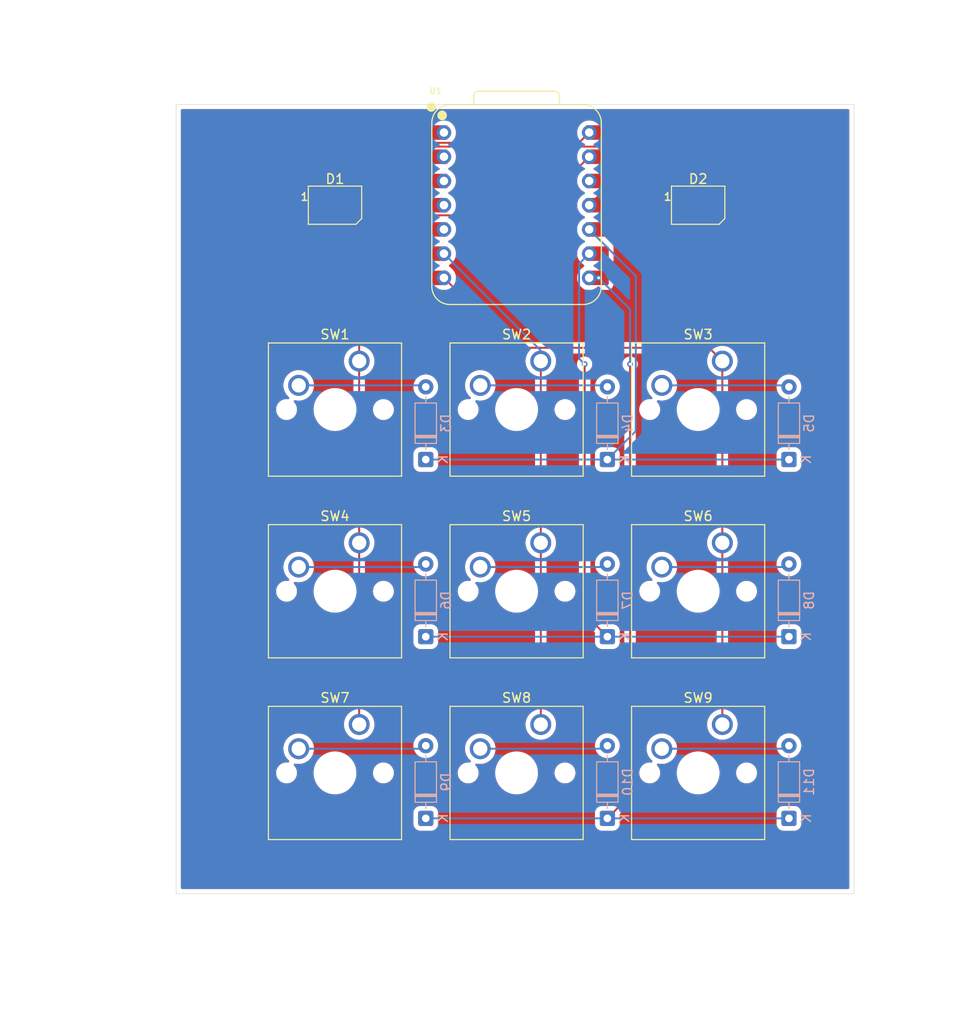
<source format=kicad_pcb>
(kicad_pcb (version 20241229) (generator "pcbnew") (generator_version "9.0")
  (layers (0 "F.Cu" signal) (2 "B.Cu" signal) (13 "F.Paste" user) (15 "B.Paste" user) (5 "F.SilkS" user "F.Silkscreen") (7 "B.SilkS" user "B.Silkscreen") (1 "F.Mask" user) (3 "B.Mask" user) (25 "Edge.Cuts" user))
  (net 0 "")
  (net 1 "Net-(D1-DOUT)")
  (net 2 "+5V")
  (net 4 "Net-(D2-DOUT)")
  (net 5 "GND")
  (net 11 "Row 0")
  (net 12 "Net-(D3-A)")
  (net 13 "Net-(D4-A)")
  (net 14 "Net-(D5-A)")
  (net 15 "Net-(D6-A)")
  (net 16 "Row 1")
  (net 17 "Net-(D7-A)")
  (net 18 "Net-(D8-A)")
  (net 19 "Net-(D9-A)")
  (net 20 "Row 2")
  (net 21 "Net-(D10-A)")
  (net 22 "Net-(D11-A)")
  (net 23 "Column 0 ")
  (net 24 "Column 1 ")
  (net 25 "Column 2 ")
  (footprint "Button_Switch_Keyboard:SW_Cherry_MX_1.00u_PCB" (layer "F.Cu") (at 85.88375 85.4075)
    (property "Reference" "SW1" (at -2.54 -2.794 0) (layer "F.SilkS"))
    (property "Value" "SW_Push")
    (fp_line (start -9.525 -1.905) (end 4.445 -1.905) (stroke (width 0.12)) (layer "F.SilkS"))
    (fp_line (start -9.525 12.065) (end -9.525 -1.905) (stroke (width 0.12)) (layer "F.SilkS"))
    (fp_line (start 4.445 -1.905) (end 4.445 12.065) (stroke (width 0.12)) (layer "F.SilkS"))
    (fp_line (start 4.445 12.065) (end -9.525 12.065) (stroke (width 0.12)) (layer "F.SilkS"))
    (pad "" np_thru_hole circle (at -7.62 5.08) (size 1.7 1.7) (drill 1.7) (layers "*.Cu" "*.Mask"))
    (pad "" np_thru_hole circle (at -2.54 5.08) (size 4 4) (drill 4) (layers "*.Cu" "*.Mask"))
    (pad "" np_thru_hole circle (at 2.54 5.08) (size 1.7 1.7) (drill 1.7) (layers "*.Cu" "*.Mask"))
    (pad "1" thru_hole circle (at 0 0) (size 2.2 2.2) (drill 1.5) (layers "*.Cu" "*.Mask") (net 23 "Column 0 "))
    (pad "2" thru_hole circle (at -6.35 2.54) (size 2.2 2.2) (drill 1.5) (layers "*.Cu" "*.Mask") (net 12 "Net-(D3-A)"))
  )
  (footprint "Seeed Studio XIAO Series Library:XIAO-RP2040-DIP" (layer "F.Cu") (at 102.39375 69.05625)
    (property "Reference" "U1" (at -8.5 -12 0) (layer "F.SilkS") (effects (font (size 0.635 0.635) (thickness 0.1016))))
    (property "Value" "XIAO-RP2040-DIP")
    (fp_line (start -8.89 8.509) (end -8.89 -8.636) (stroke (width 0.127)) (layer "F.SilkS"))
    (fp_line (start -6.985 10.414) (end 6.985 10.414) (stroke (width 0.127)) (layer "F.SilkS"))
    (fp_line (start -4.495 -10.541) (end -4.491272 -11.451272) (stroke (width 0.127)) (layer "F.SilkS"))
    (fp_line (start -3.991272 -11.951) (end 4.004 -11.951) (stroke (width 0.127)) (layer "F.SilkS"))
    (fp_line (start 4.504 -11.451) (end 4.504 -10.541) (stroke (width 0.127)) (layer "F.SilkS"))
    (fp_line (start 6.985 -10.541) (end -6.985 -10.541) (stroke (width 0.1)) (layer "F.SilkS"))
    (fp_line (start 6.985 -10.541) (end -6.985 -10.541) (stroke (width 0.127)) (layer "F.SilkS"))
    (fp_line (start 8.89 8.509) (end 8.89 -8.636) (stroke (width 0.127)) (layer "F.SilkS"))
    (fp_arc (start -8.89 -8.636) (mid -8.332038 -9.983038) (end -6.985 -10.541) (stroke (width 0.127)) (layer "F.SilkS"))
    (fp_arc (start -6.985 10.414) (mid -8.332038 9.856038) (end -8.89 8.509) (stroke (width 0.127)) (layer "F.SilkS"))
    (fp_arc (start -4.491272 -11.451272) (mid -4.344728 -11.80464) (end -3.991272 -11.951) (stroke (width 0.127)) (layer "F.SilkS"))
    (fp_arc (start 4.004 -11.951) (mid 4.357553 -11.804553) (end 4.504 -11.451) (stroke (width 0.127)) (layer "F.SilkS"))
    (fp_arc (start 6.985 -10.541) (mid 8.332038 -9.983038) (end 8.89 -8.636) (stroke (width 0.127)) (layer "F.SilkS"))
    (fp_arc (start 8.89 8.509) (mid 8.332038 9.856038) (end 6.985 10.414) (stroke (width 0.127)) (layer "F.SilkS"))
    (fp_circle (center -8.95 -10.3) (end -8.95 -10.554) (stroke (width 0.5)) (fill yes) (layer "F.SilkS"))
    (fp_circle (center -7.807 -9.42) (end -7.807 -9.674) (stroke (width 0.5)) (fill yes) (layer "F.SilkS"))
    (pad "1" smd roundrect (at -8.455 -7.62 180) (size 2.432 1.524) (layers "F.Cu" "F.Mask") (roundrect_rratio 0.1))
    (pad "1" thru_hole circle (at -7.62 -7.62 180) (size 1.524 1.524) (drill 0.889) (layers "*.Cu" "*.Mask"))
    (pad "2" smd roundrect (at -8.455 -5.08 180) (size 2.432 1.524) (layers "F.Cu" "F.Mask") (roundrect_rratio 0.1))
    (pad "2" thru_hole circle (at -7.62 -5.08 180) (size 1.524 1.524) (drill 0.889) (layers "*.Cu" "*.Mask"))
    (pad "3" smd roundrect (at -8.455 -2.54 180) (size 2.432 1.524) (layers "F.Cu" "F.Mask") (roundrect_rratio 0.1))
    (pad "3" thru_hole circle (at -7.62 -2.54 180) (size 1.524 1.524) (drill 0.889) (layers "*.Cu" "*.Mask"))
    (pad "4" smd roundrect (at -8.455 0 180) (size 2.432 1.524) (layers "F.Cu" "F.Mask") (roundrect_rratio 0.1))
    (pad "4" thru_hole circle (at -7.62 0 180) (size 1.524 1.524) (drill 0.889) (layers "*.Cu" "*.Mask"))
    (pad "5" smd roundrect (at -8.455 2.54 180) (size 2.432 1.524) (layers "F.Cu" "F.Mask") (roundrect_rratio 0.1) (net 23 "Column 0 "))
    (pad "5" thru_hole circle (at -7.62 2.54 180) (size 1.524 1.524) (drill 0.889) (layers "*.Cu" "*.Mask") (net 23 "Column 0 "))
    (pad "6" smd roundrect (at -8.455 5.08 180) (size 2.432 1.524) (layers "F.Cu" "F.Mask") (roundrect_rratio 0.1) (net 24 "Column 1 "))
    (pad "6" thru_hole circle (at -7.62 5.08 180) (size 1.524 1.524) (drill 0.889) (layers "*.Cu" "*.Mask") (net 24 "Column 1 "))
    (pad "7" smd roundrect (at -8.455 7.62 180) (size 2.432 1.524) (layers "F.Cu" "F.Mask") (roundrect_rratio 0.1) (net 25 "Column 2 "))
    (pad "7" thru_hole circle (at -7.62 7.62 180) (size 1.524 1.524) (drill 0.889) (layers "*.Cu" "*.Mask") (net 25 "Column 2 "))
    (pad "8" thru_hole circle (at 7.62 7.62) (size 1.524 1.524) (drill 0.889) (layers "*.Cu" "*.Mask") (net 20 "Row 2"))
    (pad "8" smd roundrect (at 8.455 7.62) (size 2.432 1.524) (layers "F.Cu" "F.Mask") (roundrect_rratio 0.1) (net 20 "Row 2"))
    (pad "9" thru_hole circle (at 7.62 5.08) (size 1.524 1.524) (drill 0.889) (layers "*.Cu" "*.Mask") (net 16 "Row 1"))
    (pad "9" smd roundrect (at 8.455 5.08) (size 2.432 1.524) (layers "F.Cu" "F.Mask") (roundrect_rratio 0.1) (net 16 "Row 1"))
    (pad "10" thru_hole circle (at 7.62 2.54) (size 1.524 1.524) (drill 0.889) (layers "*.Cu" "*.Mask") (net 11 "Row 0"))
    (pad "10" smd roundrect (at 8.455 2.54) (size 2.432 1.524) (layers "F.Cu" "F.Mask") (roundrect_rratio 0.1) (net 11 "Row 0"))
    (pad "11" thru_hole circle (at 7.62 0) (size 1.524 1.524) (drill 0.889) (layers "*.Cu" "*.Mask") (net 4 "Net-(D2-DOUT)"))
    (pad "11" smd roundrect (at 8.455 0) (size 2.432 1.524) (layers "F.Cu" "F.Mask") (roundrect_rratio 0.1) (net 4 "Net-(D2-DOUT)"))
    (pad "12" thru_hole circle (at 7.62 -2.54) (size 1.524 1.524) (drill 0.889) (layers "*.Cu" "*.Mask"))
    (pad "12" smd roundrect (at 8.455 -2.54) (size 2.432 1.524) (layers "F.Cu" "F.Mask") (roundrect_rratio 0.1))
    (pad "13" thru_hole circle (at 7.62 -5.08) (size 1.524 1.524) (drill 0.889) (layers "*.Cu" "*.Mask") (net 5 "GND"))
    (pad "13" smd roundrect (at 8.455 -5.08) (size 2.432 1.524) (layers "F.Cu" "F.Mask") (roundrect_rratio 0.1) (net 5 "GND"))
    (pad "14" thru_hole circle (at 7.62 -7.62) (size 1.524 1.524) (drill 0.889) (layers "*.Cu" "*.Mask") (net 2 "+5V"))
    (pad "14" smd roundrect (at 8.455 -7.62) (size 2.432 1.524) (layers "F.Cu" "F.Mask") (roundrect_rratio 0.1) (net 2 "+5V"))
  )
  (footprint "Button_Switch_Keyboard:SW_Cherry_MX_1.00u_PCB" (layer "F.Cu") (at 123.98375 104.4575)
    (property "Reference" "SW6" (at -2.54 -2.794 0) (layer "F.SilkS"))
    (property "Value" "SW_Push")
    (fp_line (start -9.525 -1.905) (end 4.445 -1.905) (stroke (width 0.12)) (layer "F.SilkS"))
    (fp_line (start -9.525 12.065) (end -9.525 -1.905) (stroke (width 0.12)) (layer "F.SilkS"))
    (fp_line (start 4.445 -1.905) (end 4.445 12.065) (stroke (width 0.12)) (layer "F.SilkS"))
    (fp_line (start 4.445 12.065) (end -9.525 12.065) (stroke (width 0.12)) (layer "F.SilkS"))
    (pad "" np_thru_hole circle (at -7.62 5.08) (size 1.7 1.7) (drill 1.7) (layers "*.Cu" "*.Mask"))
    (pad "" np_thru_hole circle (at -2.54 5.08) (size 4 4) (drill 4) (layers "*.Cu" "*.Mask"))
    (pad "" np_thru_hole circle (at 2.54 5.08) (size 1.7 1.7) (drill 1.7) (layers "*.Cu" "*.Mask"))
    (pad "1" thru_hole circle (at 0 0) (size 2.2 2.2) (drill 1.5) (layers "*.Cu" "*.Mask") (net 25 "Column 2 "))
    (pad "2" thru_hole circle (at -6.35 2.54) (size 2.2 2.2) (drill 1.5) (layers "*.Cu" "*.Mask") (net 18 "Net-(D8-A)"))
  )
  (footprint "Button_Switch_Keyboard:SW_Cherry_MX_1.00u_PCB" (layer "F.Cu") (at 123.98375 85.4075)
    (property "Reference" "SW3" (at -2.54 -2.794 0) (layer "F.SilkS"))
    (property "Value" "SW_Push")
    (fp_line (start -9.525 -1.905) (end 4.445 -1.905) (stroke (width 0.12)) (layer "F.SilkS"))
    (fp_line (start -9.525 12.065) (end -9.525 -1.905) (stroke (width 0.12)) (layer "F.SilkS"))
    (fp_line (start 4.445 -1.905) (end 4.445 12.065) (stroke (width 0.12)) (layer "F.SilkS"))
    (fp_line (start 4.445 12.065) (end -9.525 12.065) (stroke (width 0.12)) (layer "F.SilkS"))
    (pad "" np_thru_hole circle (at -7.62 5.08) (size 1.7 1.7) (drill 1.7) (layers "*.Cu" "*.Mask"))
    (pad "" np_thru_hole circle (at -2.54 5.08) (size 4 4) (drill 4) (layers "*.Cu" "*.Mask"))
    (pad "" np_thru_hole circle (at 2.54 5.08) (size 1.7 1.7) (drill 1.7) (layers "*.Cu" "*.Mask"))
    (pad "1" thru_hole circle (at 0 0) (size 2.2 2.2) (drill 1.5) (layers "*.Cu" "*.Mask") (net 25 "Column 2 "))
    (pad "2" thru_hole circle (at -6.35 2.54) (size 2.2 2.2) (drill 1.5) (layers "*.Cu" "*.Mask") (net 14 "Net-(D5-A)"))
  )
  (footprint "Button_Switch_Keyboard:SW_Cherry_MX_1.00u_PCB" (layer "F.Cu") (at 85.88375 104.4575)
    (property "Reference" "SW4" (at -2.54 -2.794 0) (layer "F.SilkS"))
    (property "Value" "SW_Push")
    (fp_line (start -9.525 -1.905) (end 4.445 -1.905) (stroke (width 0.12)) (layer "F.SilkS"))
    (fp_line (start -9.525 12.065) (end -9.525 -1.905) (stroke (width 0.12)) (layer "F.SilkS"))
    (fp_line (start 4.445 -1.905) (end 4.445 12.065) (stroke (width 0.12)) (layer "F.SilkS"))
    (fp_line (start 4.445 12.065) (end -9.525 12.065) (stroke (width 0.12)) (layer "F.SilkS"))
    (pad "" np_thru_hole circle (at -7.62 5.08) (size 1.7 1.7) (drill 1.7) (layers "*.Cu" "*.Mask"))
    (pad "" np_thru_hole circle (at -2.54 5.08) (size 4 4) (drill 4) (layers "*.Cu" "*.Mask"))
    (pad "" np_thru_hole circle (at 2.54 5.08) (size 1.7 1.7) (drill 1.7) (layers "*.Cu" "*.Mask"))
    (pad "1" thru_hole circle (at 0 0) (size 2.2 2.2) (drill 1.5) (layers "*.Cu" "*.Mask") (net 23 "Column 0 "))
    (pad "2" thru_hole circle (at -6.35 2.54) (size 2.2 2.2) (drill 1.5) (layers "*.Cu" "*.Mask") (net 15 "Net-(D6-A)"))
  )
  (footprint "LED_SMD:LED_SK6812MINI_PLCC4_3.5x3.5mm_P1.75mm" (layer "F.Cu") (at 83.34375 69.05625)
    (property "Reference" "D1" (at 0 -2.75 0) (layer "F.SilkS"))
    (property "Value" "SK6812MINI")
    (fp_line (start -2.8 -2) (end -2.8 2) (stroke (width 0.12)) (layer "F.SilkS"))
    (fp_line (start -2.8 -2) (end 2.8 -2) (stroke (width 0.12)) (layer "F.SilkS"))
    (fp_line (start -2.8 2) (end 2.2 2) (stroke (width 0.12)) (layer "F.SilkS"))
    (fp_line (start 2.8 1.4) (end 2.2 2) (stroke (width 0.12)) (layer "F.SilkS"))
    (fp_line (start 2.8 1.4) (end 2.8 -2) (stroke (width 0.12)) (layer "F.SilkS"))
    (fp_text user "1" (at -3.2 -0.875 0) (layer "F.SilkS") (effects (font (size 0.8 0.8))))
    (pad "1" smd rect (at -1.75 -0.875) (size 1.6 0.85) (layers "F.Cu" "F.Mask" "F.Paste") (net 1 "Net-(D1-DOUT)"))
    (pad "2" smd rect (at -1.75 0.875) (size 1.6 0.85) (layers "F.Cu" "F.Mask" "F.Paste") (net 5 "GND"))
    (pad "3" smd rect (at 1.75 0.875) (size 1.6 0.85) (layers "F.Cu" "F.Mask" "F.Paste"))
    (pad "4" smd rect (at 1.75 -0.875) (size 1.6 0.85) (layers "F.Cu" "F.Mask" "F.Paste") (net 2 "+5V"))
  )
  (footprint "Button_Switch_Keyboard:SW_Cherry_MX_1.00u_PCB" (layer "F.Cu") (at 123.98375 123.5075)
    (property "Reference" "SW9" (at -2.54 -2.794 0) (layer "F.SilkS"))
    (property "Value" "SW_Push")
    (fp_line (start -9.525 -1.905) (end 4.445 -1.905) (stroke (width 0.12)) (layer "F.SilkS"))
    (fp_line (start -9.525 12.065) (end -9.525 -1.905) (stroke (width 0.12)) (layer "F.SilkS"))
    (fp_line (start 4.445 -1.905) (end 4.445 12.065) (stroke (width 0.12)) (layer "F.SilkS"))
    (fp_line (start 4.445 12.065) (end -9.525 12.065) (stroke (width 0.12)) (layer "F.SilkS"))
    (pad "" np_thru_hole circle (at -7.62 5.08) (size 1.7 1.7) (drill 1.7) (layers "*.Cu" "*.Mask"))
    (pad "" np_thru_hole circle (at -2.54 5.08) (size 4 4) (drill 4) (layers "*.Cu" "*.Mask"))
    (pad "" np_thru_hole circle (at 2.54 5.08) (size 1.7 1.7) (drill 1.7) (layers "*.Cu" "*.Mask"))
    (pad "1" thru_hole circle (at 0 0) (size 2.2 2.2) (drill 1.5) (layers "*.Cu" "*.Mask") (net 25 "Column 2 "))
    (pad "2" thru_hole circle (at -6.35 2.54) (size 2.2 2.2) (drill 1.5) (layers "*.Cu" "*.Mask") (net 22 "Net-(D11-A)"))
  )
  (footprint "Button_Switch_Keyboard:SW_Cherry_MX_1.00u_PCB" (layer "F.Cu") (at 104.93375 123.5075)
    (property "Reference" "SW8" (at -2.54 -2.794 0) (layer "F.SilkS"))
    (property "Value" "SW_Push")
    (fp_line (start -9.525 -1.905) (end 4.445 -1.905) (stroke (width 0.12)) (layer "F.SilkS"))
    (fp_line (start -9.525 12.065) (end -9.525 -1.905) (stroke (width 0.12)) (layer "F.SilkS"))
    (fp_line (start 4.445 -1.905) (end 4.445 12.065) (stroke (width 0.12)) (layer "F.SilkS"))
    (fp_line (start 4.445 12.065) (end -9.525 12.065) (stroke (width 0.12)) (layer "F.SilkS"))
    (pad "" np_thru_hole circle (at -7.62 5.08) (size 1.7 1.7) (drill 1.7) (layers "*.Cu" "*.Mask"))
    (pad "" np_thru_hole circle (at -2.54 5.08) (size 4 4) (drill 4) (layers "*.Cu" "*.Mask"))
    (pad "" np_thru_hole circle (at 2.54 5.08) (size 1.7 1.7) (drill 1.7) (layers "*.Cu" "*.Mask"))
    (pad "1" thru_hole circle (at 0 0) (size 2.2 2.2) (drill 1.5) (layers "*.Cu" "*.Mask") (net 24 "Column 1 "))
    (pad "2" thru_hole circle (at -6.35 2.54) (size 2.2 2.2) (drill 1.5) (layers "*.Cu" "*.Mask") (net 21 "Net-(D10-A)"))
  )
  (footprint "LED_SMD:LED_SK6812MINI_PLCC4_3.5x3.5mm_P1.75mm" (layer "F.Cu") (at 121.44375 69.05625)
    (property "Reference" "D2" (at 0 -2.75 0) (layer "F.SilkS"))
    (property "Value" "SK6812MINI")
    (fp_line (start -2.8 -2) (end -2.8 2) (stroke (width 0.12)) (layer "F.SilkS"))
    (fp_line (start -2.8 -2) (end 2.8 -2) (stroke (width 0.12)) (layer "F.SilkS"))
    (fp_line (start -2.8 2) (end 2.2 2) (stroke (width 0.12)) (layer "F.SilkS"))
    (fp_line (start 2.8 1.4) (end 2.2 2) (stroke (width 0.12)) (layer "F.SilkS"))
    (fp_line (start 2.8 1.4) (end 2.8 -2) (stroke (width 0.12)) (layer "F.SilkS"))
    (fp_text user "1" (at -3.2 -0.875 0) (layer "F.SilkS") (effects (font (size 0.8 0.8))))
    (pad "1" smd rect (at -1.75 -0.875) (size 1.6 0.85) (layers "F.Cu" "F.Mask" "F.Paste") (net 4 "Net-(D2-DOUT)"))
    (pad "2" smd rect (at -1.75 0.875) (size 1.6 0.85) (layers "F.Cu" "F.Mask" "F.Paste") (net 5 "GND"))
    (pad "3" smd rect (at 1.75 0.875) (size 1.6 0.85) (layers "F.Cu" "F.Mask" "F.Paste") (net 1 "Net-(D1-DOUT)"))
    (pad "4" smd rect (at 1.75 -0.875) (size 1.6 0.85) (layers "F.Cu" "F.Mask" "F.Paste") (net 2 "+5V"))
  )
  (footprint "Button_Switch_Keyboard:SW_Cherry_MX_1.00u_PCB" (layer "F.Cu") (at 85.88375 123.5075)
    (property "Reference" "SW7" (at -2.54 -2.794 0) (layer "F.SilkS"))
    (property "Value" "SW_Push")
    (fp_line (start -9.525 -1.905) (end 4.445 -1.905) (stroke (width 0.12)) (layer "F.SilkS"))
    (fp_line (start -9.525 12.065) (end -9.525 -1.905) (stroke (width 0.12)) (layer "F.SilkS"))
    (fp_line (start 4.445 -1.905) (end 4.445 12.065) (stroke (width 0.12)) (layer "F.SilkS"))
    (fp_line (start 4.445 12.065) (end -9.525 12.065) (stroke (width 0.12)) (layer "F.SilkS"))
    (pad "" np_thru_hole circle (at -7.62 5.08) (size 1.7 1.7) (drill 1.7) (layers "*.Cu" "*.Mask"))
    (pad "" np_thru_hole circle (at -2.54 5.08) (size 4 4) (drill 4) (layers "*.Cu" "*.Mask"))
    (pad "" np_thru_hole circle (at 2.54 5.08) (size 1.7 1.7) (drill 1.7) (layers "*.Cu" "*.Mask"))
    (pad "1" thru_hole circle (at 0 0) (size 2.2 2.2) (drill 1.5) (layers "*.Cu" "*.Mask") (net 23 "Column 0 "))
    (pad "2" thru_hole circle (at -6.35 2.54) (size 2.2 2.2) (drill 1.5) (layers "*.Cu" "*.Mask") (net 19 "Net-(D9-A)"))
  )
  (footprint "Button_Switch_Keyboard:SW_Cherry_MX_1.00u_PCB" (layer "F.Cu") (at 104.93375 104.4575)
    (property "Reference" "SW5" (at -2.54 -2.794 0) (layer "F.SilkS"))
    (property "Value" "SW_Push")
    (fp_line (start -9.525 -1.905) (end 4.445 -1.905) (stroke (width 0.12)) (layer "F.SilkS"))
    (fp_line (start -9.525 12.065) (end -9.525 -1.905) (stroke (width 0.12)) (layer "F.SilkS"))
    (fp_line (start 4.445 -1.905) (end 4.445 12.065) (stroke (width 0.12)) (layer "F.SilkS"))
    (fp_line (start 4.445 12.065) (end -9.525 12.065) (stroke (width 0.12)) (layer "F.SilkS"))
    (pad "" np_thru_hole circle (at -7.62 5.08) (size 1.7 1.7) (drill 1.7) (layers "*.Cu" "*.Mask"))
    (pad "" np_thru_hole circle (at -2.54 5.08) (size 4 4) (drill 4) (layers "*.Cu" "*.Mask"))
    (pad "" np_thru_hole circle (at 2.54 5.08) (size 1.7 1.7) (drill 1.7) (layers "*.Cu" "*.Mask"))
    (pad "1" thru_hole circle (at 0 0) (size 2.2 2.2) (drill 1.5) (layers "*.Cu" "*.Mask") (net 24 "Column 1 "))
    (pad "2" thru_hole circle (at -6.35 2.54) (size 2.2 2.2) (drill 1.5) (layers "*.Cu" "*.Mask") (net 17 "Net-(D7-A)"))
  )
  (footprint "Button_Switch_Keyboard:SW_Cherry_MX_1.00u_PCB" (layer "F.Cu") (at 104.93375 85.4075)
    (property "Reference" "SW2" (at -2.54 -2.794 0) (layer "F.SilkS"))
    (property "Value" "SW_Push")
    (fp_line (start -9.525 -1.905) (end 4.445 -1.905) (stroke (width 0.12)) (layer "F.SilkS"))
    (fp_line (start -9.525 12.065) (end -9.525 -1.905) (stroke (width 0.12)) (layer "F.SilkS"))
    (fp_line (start 4.445 -1.905) (end 4.445 12.065) (stroke (width 0.12)) (layer "F.SilkS"))
    (fp_line (start 4.445 12.065) (end -9.525 12.065) (stroke (width 0.12)) (layer "F.SilkS"))
    (pad "" np_thru_hole circle (at -7.62 5.08) (size 1.7 1.7) (drill 1.7) (layers "*.Cu" "*.Mask"))
    (pad "" np_thru_hole circle (at -2.54 5.08) (size 4 4) (drill 4) (layers "*.Cu" "*.Mask"))
    (pad "" np_thru_hole circle (at 2.54 5.08) (size 1.7 1.7) (drill 1.7) (layers "*.Cu" "*.Mask"))
    (pad "1" thru_hole circle (at 0 0) (size 2.2 2.2) (drill 1.5) (layers "*.Cu" "*.Mask") (net 24 "Column 1 "))
    (pad "2" thru_hole circle (at -6.35 2.54) (size 2.2 2.2) (drill 1.5) (layers "*.Cu" "*.Mask") (net 13 "Net-(D4-A)"))
  )
  (footprint "Diode_THT:D_DO-35_SOD27_P7.62mm_Horizontal" (layer "B.Cu") (at 92.86875 95.72625 90)
    (property "Reference" "D3" (at 3.81 2.12 90) (layer "B.SilkS") (effects (justify mirror)))
    (property "Value" "1N4148WT")
    (fp_line (start 6.58 0) (end 5.93 0) (stroke (width 0.12)) (layer "B.SilkS"))
    (fp_line (start 1.04 0) (end 1.69 0) (stroke (width 0.12)) (layer "B.SilkS"))
    (fp_line (start 2.53 1.12) (end 2.53 -1.12) (stroke (width 0.12)) (layer "B.SilkS"))
    (fp_line (start 2.41 1.12) (end 2.41 -1.12) (stroke (width 0.12)) (layer "B.SilkS"))
    (fp_line (start 2.29 1.12) (end 2.29 -1.12) (stroke (width 0.12)) (layer "B.SilkS"))
    (fp_rect (start 1.69 1.12) (end 5.93 -1.12) (stroke (width 0.12)) (fill no) (layer "B.SilkS"))
    (fp_text user "K" (at 0 1.8 90) (layer "B.SilkS") (effects (justify mirror)))
    (pad "1" thru_hole roundrect (at 0 0 90) (size 1.6 1.6) (drill 0.8) (layers "*.Cu" "*.Mask") (roundrect_rratio 0.15625) (net 11 "Row 0"))
    (pad "2" thru_hole circle (at 7.62 0 90) (size 1.6 1.6) (drill 0.8) (layers "*.Cu" "*.Mask") (net 12 "Net-(D3-A)"))
  )
  (footprint "Diode_THT:D_DO-35_SOD27_P7.62mm_Horizontal" (layer "B.Cu") (at 92.86875 114.3 90)
    (property "Reference" "D6" (at 3.81 2.12 90) (layer "B.SilkS") (effects (justify mirror)))
    (property "Value" "1N4148WT")
    (fp_line (start 6.58 0) (end 5.93 0) (stroke (width 0.12)) (layer "B.SilkS"))
    (fp_line (start 1.04 0) (end 1.69 0) (stroke (width 0.12)) (layer "B.SilkS"))
    (fp_line (start 2.53 1.12) (end 2.53 -1.12) (stroke (width 0.12)) (layer "B.SilkS"))
    (fp_line (start 2.41 1.12) (end 2.41 -1.12) (stroke (width 0.12)) (layer "B.SilkS"))
    (fp_line (start 2.29 1.12) (end 2.29 -1.12) (stroke (width 0.12)) (layer "B.SilkS"))
    (fp_rect (start 1.69 1.12) (end 5.93 -1.12) (stroke (width 0.12)) (fill no) (layer "B.SilkS"))
    (fp_text user "K" (at 0 1.8 90) (layer "B.SilkS") (effects (justify mirror)))
    (pad "1" thru_hole roundrect (at 0 0 90) (size 1.6 1.6) (drill 0.8) (layers "*.Cu" "*.Mask") (roundrect_rratio 0.15625) (net 16 "Row 1"))
    (pad "2" thru_hole circle (at 7.62 0 90) (size 1.6 1.6) (drill 0.8) (layers "*.Cu" "*.Mask") (net 15 "Net-(D6-A)"))
  )
  (footprint "Diode_THT:D_DO-35_SOD27_P7.62mm_Horizontal" (layer "B.Cu") (at 130.96875 95.72625 90)
    (property "Reference" "D5" (at 3.81 2.12 90) (layer "B.SilkS") (effects (justify mirror)))
    (property "Value" "1N4148WT")
    (fp_line (start 6.58 0) (end 5.93 0) (stroke (width 0.12)) (layer "B.SilkS"))
    (fp_line (start 1.04 0) (end 1.69 0) (stroke (width 0.12)) (layer "B.SilkS"))
    (fp_line (start 2.53 1.12) (end 2.53 -1.12) (stroke (width 0.12)) (layer "B.SilkS"))
    (fp_line (start 2.41 1.12) (end 2.41 -1.12) (stroke (width 0.12)) (layer "B.SilkS"))
    (fp_line (start 2.29 1.12) (end 2.29 -1.12) (stroke (width 0.12)) (layer "B.SilkS"))
    (fp_rect (start 1.69 1.12) (end 5.93 -1.12) (stroke (width 0.12)) (fill no) (layer "B.SilkS"))
    (fp_text user "K" (at 0 1.8 90) (layer "B.SilkS") (effects (justify mirror)))
    (pad "1" thru_hole roundrect (at 0 0 90) (size 1.6 1.6) (drill 0.8) (layers "*.Cu" "*.Mask") (roundrect_rratio 0.15625) (net 11 "Row 0"))
    (pad "2" thru_hole circle (at 7.62 0 90) (size 1.6 1.6) (drill 0.8) (layers "*.Cu" "*.Mask") (net 14 "Net-(D5-A)"))
  )
  (footprint "Diode_THT:D_DO-35_SOD27_P7.62mm_Horizontal" (layer "B.Cu") (at 111.91875 133.35 90)
    (property "Reference" "D10" (at 3.81 2.12 90) (layer "B.SilkS") (effects (justify mirror)))
    (property "Value" "1N4148WT")
    (fp_line (start 6.58 0) (end 5.93 0) (stroke (width 0.12)) (layer "B.SilkS"))
    (fp_line (start 1.04 0) (end 1.69 0) (stroke (width 0.12)) (layer "B.SilkS"))
    (fp_line (start 2.53 1.12) (end 2.53 -1.12) (stroke (width 0.12)) (layer "B.SilkS"))
    (fp_line (start 2.41 1.12) (end 2.41 -1.12) (stroke (width 0.12)) (layer "B.SilkS"))
    (fp_line (start 2.29 1.12) (end 2.29 -1.12) (stroke (width 0.12)) (layer "B.SilkS"))
    (fp_rect (start 1.69 1.12) (end 5.93 -1.12) (stroke (width 0.12)) (fill no) (layer "B.SilkS"))
    (fp_text user "K" (at 0 1.8 90) (layer "B.SilkS") (effects (justify mirror)))
    (pad "1" thru_hole roundrect (at 0 0 90) (size 1.6 1.6) (drill 0.8) (layers "*.Cu" "*.Mask") (roundrect_rratio 0.15625) (net 20 "Row 2"))
    (pad "2" thru_hole circle (at 7.62 0 90) (size 1.6 1.6) (drill 0.8) (layers "*.Cu" "*.Mask") (net 21 "Net-(D10-A)"))
  )
  (footprint "Diode_THT:D_DO-35_SOD27_P7.62mm_Horizontal" (layer "B.Cu") (at 111.91875 95.72625 90)
    (property "Reference" "D4" (at 3.81 2.12 90) (layer "B.SilkS") (effects (justify mirror)))
    (property "Value" "1N4148WT")
    (fp_line (start 6.58 0) (end 5.93 0) (stroke (width 0.12)) (layer "B.SilkS"))
    (fp_line (start 1.04 0) (end 1.69 0) (stroke (width 0.12)) (layer "B.SilkS"))
    (fp_line (start 2.53 1.12) (end 2.53 -1.12) (stroke (width 0.12)) (layer "B.SilkS"))
    (fp_line (start 2.41 1.12) (end 2.41 -1.12) (stroke (width 0.12)) (layer "B.SilkS"))
    (fp_line (start 2.29 1.12) (end 2.29 -1.12) (stroke (width 0.12)) (layer "B.SilkS"))
    (fp_rect (start 1.69 1.12) (end 5.93 -1.12) (stroke (width 0.12)) (fill no) (layer "B.SilkS"))
    (fp_text user "K" (at 0 1.8 90) (layer "B.SilkS") (effects (justify mirror)))
    (pad "1" thru_hole roundrect (at 0 0 90) (size 1.6 1.6) (drill 0.8) (layers "*.Cu" "*.Mask") (roundrect_rratio 0.15625) (net 11 "Row 0"))
    (pad "2" thru_hole circle (at 7.62 0 90) (size 1.6 1.6) (drill 0.8) (layers "*.Cu" "*.Mask") (net 13 "Net-(D4-A)"))
  )
  (footprint "Diode_THT:D_DO-35_SOD27_P7.62mm_Horizontal" (layer "B.Cu") (at 92.86875 133.35 90)
    (property "Reference" "D9" (at 3.81 2.12 90) (layer "B.SilkS") (effects (justify mirror)))
    (property "Value" "1N4148WT")
    (fp_line (start 6.58 0) (end 5.93 0) (stroke (width 0.12)) (layer "B.SilkS"))
    (fp_line (start 1.04 0) (end 1.69 0) (stroke (width 0.12)) (layer "B.SilkS"))
    (fp_line (start 2.53 1.12) (end 2.53 -1.12) (stroke (width 0.12)) (layer "B.SilkS"))
    (fp_line (start 2.41 1.12) (end 2.41 -1.12) (stroke (width 0.12)) (layer "B.SilkS"))
    (fp_line (start 2.29 1.12) (end 2.29 -1.12) (stroke (width 0.12)) (layer "B.SilkS"))
    (fp_rect (start 1.69 1.12) (end 5.93 -1.12) (stroke (width 0.12)) (fill no) (layer "B.SilkS"))
    (fp_text user "K" (at 0 1.8 90) (layer "B.SilkS") (effects (justify mirror)))
    (pad "1" thru_hole roundrect (at 0 0 90) (size 1.6 1.6) (drill 0.8) (layers "*.Cu" "*.Mask") (roundrect_rratio 0.15625) (net 20 "Row 2"))
    (pad "2" thru_hole circle (at 7.62 0 90) (size 1.6 1.6) (drill 0.8) (layers "*.Cu" "*.Mask") (net 19 "Net-(D9-A)"))
  )
  (footprint "Diode_THT:D_DO-35_SOD27_P7.62mm_Horizontal" (layer "B.Cu") (at 130.96875 114.3 90)
    (property "Reference" "D8" (at 3.81 2.12 90) (layer "B.SilkS") (effects (justify mirror)))
    (property "Value" "1N4148WT")
    (fp_line (start 6.58 0) (end 5.93 0) (stroke (width 0.12)) (layer "B.SilkS"))
    (fp_line (start 1.04 0) (end 1.69 0) (stroke (width 0.12)) (layer "B.SilkS"))
    (fp_line (start 2.53 1.12) (end 2.53 -1.12) (stroke (width 0.12)) (layer "B.SilkS"))
    (fp_line (start 2.41 1.12) (end 2.41 -1.12) (stroke (width 0.12)) (layer "B.SilkS"))
    (fp_line (start 2.29 1.12) (end 2.29 -1.12) (stroke (width 0.12)) (layer "B.SilkS"))
    (fp_rect (start 1.69 1.12) (end 5.93 -1.12) (stroke (width 0.12)) (fill no) (layer "B.SilkS"))
    (fp_text user "K" (at 0 1.8 90) (layer "B.SilkS") (effects (justify mirror)))
    (pad "1" thru_hole roundrect (at 0 0 90) (size 1.6 1.6) (drill 0.8) (layers "*.Cu" "*.Mask") (roundrect_rratio 0.15625) (net 16 "Row 1"))
    (pad "2" thru_hole circle (at 7.62 0 90) (size 1.6 1.6) (drill 0.8) (layers "*.Cu" "*.Mask") (net 18 "Net-(D8-A)"))
  )
  (footprint "Diode_THT:D_DO-35_SOD27_P7.62mm_Horizontal" (layer "B.Cu") (at 111.91875 114.3 90)
    (property "Reference" "D7" (at 3.81 2.12 90) (layer "B.SilkS") (effects (justify mirror)))
    (property "Value" "1N4148WT")
    (fp_line (start 6.58 0) (end 5.93 0) (stroke (width 0.12)) (layer "B.SilkS"))
    (fp_line (start 1.04 0) (end 1.69 0) (stroke (width 0.12)) (layer "B.SilkS"))
    (fp_line (start 2.53 1.12) (end 2.53 -1.12) (stroke (width 0.12)) (layer "B.SilkS"))
    (fp_line (start 2.41 1.12) (end 2.41 -1.12) (stroke (width 0.12)) (layer "B.SilkS"))
    (fp_line (start 2.29 1.12) (end 2.29 -1.12) (stroke (width 0.12)) (layer "B.SilkS"))
    (fp_rect (start 1.69 1.12) (end 5.93 -1.12) (stroke (width 0.12)) (fill no) (layer "B.SilkS"))
    (fp_text user "K" (at 0 1.8 90) (layer "B.SilkS") (effects (justify mirror)))
    (pad "1" thru_hole roundrect (at 0 0 90) (size 1.6 1.6) (drill 0.8) (layers "*.Cu" "*.Mask") (roundrect_rratio 0.15625) (net 16 "Row 1"))
    (pad "2" thru_hole circle (at 7.62 0 90) (size 1.6 1.6) (drill 0.8) (layers "*.Cu" "*.Mask") (net 17 "Net-(D7-A)"))
  )
  (footprint "Diode_THT:D_DO-35_SOD27_P7.62mm_Horizontal" (layer "B.Cu") (at 130.96875 133.35 90)
    (property "Reference" "D11" (at 3.81 2.12 90) (layer "B.SilkS") (effects (justify mirror)))
    (property "Value" "1N4148WT")
    (fp_line (start 6.58 0) (end 5.93 0) (stroke (width 0.12)) (layer "B.SilkS"))
    (fp_line (start 1.04 0) (end 1.69 0) (stroke (width 0.12)) (layer "B.SilkS"))
    (fp_line (start 2.53 1.12) (end 2.53 -1.12) (stroke (width 0.12)) (layer "B.SilkS"))
    (fp_line (start 2.41 1.12) (end 2.41 -1.12) (stroke (width 0.12)) (layer "B.SilkS"))
    (fp_line (start 2.29 1.12) (end 2.29 -1.12) (stroke (width 0.12)) (layer "B.SilkS"))
    (fp_rect (start 1.69 1.12) (end 5.93 -1.12) (stroke (width 0.12)) (fill no) (layer "B.SilkS"))
    (fp_text user "K" (at 0 1.8 90) (layer "B.SilkS") (effects (justify mirror)))
    (pad "1" thru_hole roundrect (at 0 0 90) (size 1.6 1.6) (drill 0.8) (layers "*.Cu" "*.Mask") (roundrect_rratio 0.15625) (net 20 "Row 2"))
    (pad "2" thru_hole circle (at 7.62 0 90) (size 1.6 1.6) (drill 0.8) (layers "*.Cu" "*.Mask") (net 22 "Net-(D11-A)"))
  )
  (gr_rect (start 66.675 58.49) (end 137.8 141.2575) (stroke (width 0.05)) (fill no) (layer "Edge.Cuts"))
  (gr_text "MCHOC'S SIDE DUCKY " (at 69.27 61.57 -90) (layer "F.Cu") (effects (font (size 1.5 1.5) (thickness 0.3) (bold yes)) (justify left bottom)))
  (gr_text "XIAO HERE!" (at 95.87 72.8 -0) (layer "F.Cu") (effects (font (size 1.5 1.5) (thickness 0.3) (bold yes)) (justify left bottom)))
  (segment (start 121.19575 67.28915) (end 116.81985 62.91325) (width 0.2) (layer "F.Cu") (net 1))
  (segment (start 121.19575 67.93325) (end 121.19575 67.28915) (width 0.2) (layer "F.Cu") (net 1))
  (segment (start 116.81985 62.91325) (end 86.86175 62.91325) (width 0.2) (layer "F.Cu") (net 1))
  (segment (start 86.86175 62.91325) (end 81.59375 68.18125) (width 0.2) (layer "F.Cu") (net 1))
  (segment (start 123.19375 69.93125) (end 121.19575 67.93325) (width 0.2) (layer "F.Cu") (net 1))
  (segment (start 123.19375 68.18125) (end 116.44875 61.43625) (width 0.2) (layer "F.Cu") (net 2))
  (segment (start 84.36775 68.90725) (end 80.49275 68.90725) (width 0.2) (layer "F.Cu") (net 2))
  (segment (start 116.44875 61.43625) (end 110.01375 61.43625) (width 0.2) (layer "F.Cu") (net 2))
  (segment (start 80.49275 68.90725) (end 80.49275 67.45525) (width 0.2) (layer "F.Cu") (net 2))
  (segment (start 80.49275 67.45525) (end 85.43575 62.51225) (width 0.2) (layer "F.Cu") (net 2))
  (segment (start 85.43575 62.51225) (end 108.93775 62.51225) (width 0.2) (layer "F.Cu") (net 2))
  (segment (start 108.93775 62.51225) (end 110.01375 61.43625) (width 0.2) (layer "F.Cu") (net 2))
  (segment (start 85.09375 68.18125) (end 84.36775 68.90725) (width 0.2) (layer "F.Cu") (net 2))
  (segment (start 119.69375 68.18125) (end 110.88875 68.18125) (width 0.2) (layer "F.Cu") (net 4))
  (segment (start 110.88875 68.18125) (end 110.01375 69.05625) (width 0.2) (layer "F.Cu") (net 4))
  (segment (start 119.69375 69.93125) (end 120.79475 68.83025) (width 0.2) (layer "F.Cu") (net 5))
  (segment (start 81.59375 69.93125) (end 82.31975 70.65725) (width 0.2) (layer "F.Cu") (net 5))
  (segment (start 120.79475 68.83025) (end 120.79475 67.45525) (width 0.2) (layer "F.Cu") (net 5))
  (segment (start 91.26775 70.65725) (end 91.80575 70.11925) (width 0.2) (layer "F.Cu") (net 5))
  (segment (start 120.79475 67.45525) (end 117.31575 63.97625) (width 0.2) (layer "F.Cu") (net 5))
  (segment (start 82.31975 70.65725) (end 91.26775 70.65725) (width 0.2) (layer "F.Cu") (net 5))
  (segment (start 117.31575 63.97625) (end 110.01375 63.97625) (width 0.2) (layer "F.Cu") (net 5))
  (segment (start 103.87075 70.11925) (end 110.01375 63.97625) (width 0.2) (layer "F.Cu") (net 5))
  (segment (start 91.80575 70.11925) (end 103.87075 70.11925) (width 0.2) (layer "F.Cu") (net 5))
  (segment (start 111.91875 95.72625) (end 114.901 92.744) (width 0.2) (layer "B.Cu") (net 11))
  (segment (start 114.901 92.744) (end 114.901 76.4835) (width 0.2) (layer "B.Cu") (net 11))
  (segment (start 92.86875 95.72625) (end 130.96875 95.72625) (width 0.2) (layer "B.Cu") (net 11))
  (segment (start 114.901 76.4835) (end 110.01375 71.59625) (width 0.2) (layer "B.Cu") (net 11))
  (segment (start 92.71 87.9475) (end 92.86875 88.10625) (width 0.2) (layer "B.Cu") (net 12))
  (segment (start 79.53375 87.9475) (end 92.71 87.9475) (width 0.2) (layer "B.Cu") (net 12))
  (segment (start 111.76 87.9475) (end 111.91875 88.10625) (width 0.2) (layer "B.Cu") (net 13))
  (segment (start 98.58375 87.9475) (end 111.76 87.9475) (width 0.2) (layer "B.Cu") (net 13))
  (segment (start 130.81 87.9475) (end 130.96875 88.10625) (width 0.2) (layer "B.Cu") (net 14))
  (segment (start 117.63375 87.9475) (end 130.81 87.9475) (width 0.2) (layer "B.Cu") (net 14))
  (segment (start 79.53375 106.9975) (end 92.55125 106.9975) (width 0.2) (layer "B.Cu") (net 15))
  (segment (start 92.55125 106.9975) (end 92.86875 106.68) (width 0.2) (layer "B.Cu") (net 15))
  (segment (start 111.91875 114.3) (end 109.5375 111.91875) (width 0.2) (layer "F.Cu") (net 16))
  (segment (start 109.5375 111.91875) (end 109.5375 85.725) (width 0.2) (layer "F.Cu") (net 16))
  (via (at 109.5375 85.725) (size 0.6) (drill 0.3) (layers "F.Cu" "B.Cu") (net 16))
  (segment (start 109.5375 85.725) (end 108.95075 85.13825) (width 0.2) (layer "B.Cu") (net 16))
  (segment (start 92.86875 114.3) (end 130.96875 114.3) (width 0.2) (layer "B.Cu") (net 16))
  (segment (start 108.95075 85.13825) (end 108.95075 75.19925) (width 0.2) (layer "B.Cu") (net 16))
  (segment (start 108.95075 75.19925) (end 110.01375 74.13625) (width 0.2) (layer "B.Cu") (net 16))
  (segment (start 98.58375 106.9975) (end 111.60125 106.9975) (width 0.2) (layer "B.Cu") (net 17))
  (segment (start 111.60125 106.9975) (end 111.91875 106.68) (width 0.2) (layer "B.Cu") (net 17))
  (segment (start 130.65125 106.9975) (end 130.96875 106.68) (width 0.2) (layer "B.Cu") (net 18))
  (segment (start 117.63375 106.9975) (end 130.65125 106.9975) (width 0.2) (layer "B.Cu") (net 18))
  (segment (start 92.55125 126.0475) (end 92.86875 125.73) (width 0.2) (layer "B.Cu") (net 19))
  (segment (start 79.53375 126.0475) (end 92.55125 126.0475) (width 0.2) (layer "B.Cu") (net 19))
  (segment (start 114.3 130.96875) (end 114.3 85.725) (width 0.2) (layer "F.Cu") (net 20))
  (segment (start 111.91875 133.35) (end 114.3 130.96875) (width 0.2) (layer "F.Cu") (net 20))
  (via (at 111.00825 76.67625) (size 0.6) (drill 0.3) (layers "F.Cu" "B.Cu") (net 20))
  (via (at 114.3 85.725) (size 0.6) (drill 0.3) (layers "F.Cu" "B.Cu") (net 20))
  (segment (start 92.86875 133.35) (end 130.96875 133.35) (width 0.2) (layer "B.Cu") (net 20))
  (segment (start 114.3 79.968) (end 111.00825 76.67625) (width 0.2) (layer "B.Cu") (net 20))
  (segment (start 114.3 85.725) (end 114.3 79.968) (width 0.2) (layer "B.Cu") (net 20))
  (segment (start 98.58375 126.0475) (end 111.60125 126.0475) (width 0.2) (layer "B.Cu") (net 21))
  (segment (start 111.60125 126.0475) (end 111.91875 125.73) (width 0.2) (layer "B.Cu") (net 21))
  (segment (start 117.63375 126.0475) (end 130.65125 126.0475) (width 0.2) (layer "B.Cu") (net 22))
  (segment (start 130.65125 126.0475) (end 130.96875 125.73) (width 0.2) (layer "B.Cu") (net 22))
  (segment (start 85.88375 79.40862) (end 93.69612 71.59625) (width 0.2) (layer "F.Cu") (net 23))
  (segment (start 93.69612 71.59625) (end 94.77375 71.59625) (width 0.2) (layer "F.Cu") (net 23))
  (segment (start 85.88375 104.4575) (end 85.88375 123.5075) (width 0.2) (layer "F.Cu") (net 23))
  (segment (start 85.88375 85.4075) (end 85.88375 79.40862) (width 0.2) (layer "F.Cu") (net 23))
  (segment (start 85.88375 85.4075) (end 85.88375 104.4575) (width 0.2) (layer "F.Cu") (net 23))
  (segment (start 104.93375 123.5075) (end 104.93375 104.4575) (width 0.2) (layer "F.Cu") (net 24))
  (segment (start 104.93375 85.4075) (end 104.93375 104.4575) (width 0.2) (layer "F.Cu") (net 24))
  (segment (start 104.93375 84.29625) (end 94.77375 74.13625) (width 0.2) (layer "B.Cu") (net 24))
  (segment (start 104.93375 85.4075) (end 104.93375 84.29625) (width 0.2) (layer "B.Cu") (net 24))
  (segment (start 123.98375 104.4575) (end 123.98375 123.5075) (width 0.2) (layer "F.Cu") (net 25))
  (segment (start 123.98375 104.4575) (end 123.98375 85.4075) (width 0.2) (layer "F.Cu") (net 25))
  (segment (start 122.58275 84.0065) (end 102.104 84.0065) (width 0.2) (layer "F.Cu") (net 25))
  (segment (start 102.104 84.0065) (end 94.77375 76.67625) (width 0.2) (layer "F.Cu") (net 25))
  (segment (start 123.98375 85.4075) (end 123.98375 123.5075) (width 0.2) (layer "F.Cu") (net 25))
  (segment (start 123.98375 85.4075) (end 122.58275 84.0065) (width 0.2) (layer "F.Cu") (net 25))
  (zone (net 0) (net_name "") (layers "F.Cu" "B.Cu") (connect_pads (clearance 0.5)) (min_thickness 0.25) (fill yes (thermal_gap 0.5) (thermal_bridge_width 0.5) (island_removal_mode 1) (island_area_min 10))
    (polygon (pts (xy 53.44 49.36) (xy 150.39 47.54) (xy 145.15 154.95) (xy 48.2 153.59)))
  )
)
</source>
